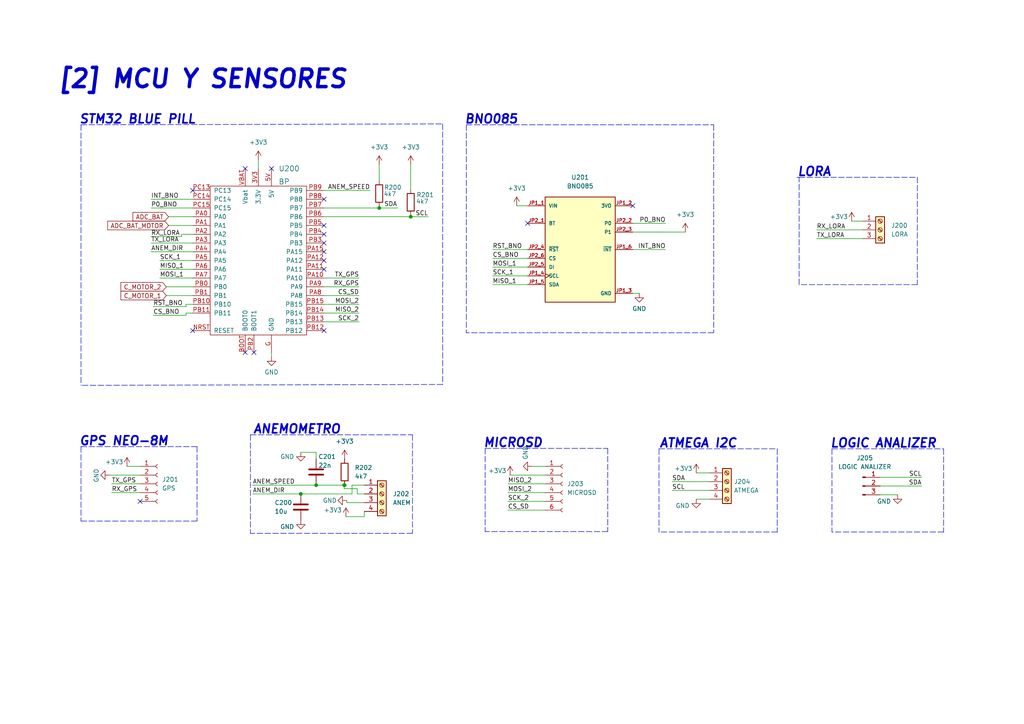
<source format=kicad_sch>
(kicad_sch (version 20211123) (generator eeschema)
  (paper "A4")
  (lib_symbols
    (symbol "BNO085:4754" (pin_names (offset 1.016))
      (property "Reference" "U" (at -10.16 16.002 0))
      (property "Value" "4754" (at -10.16 -17.78 0))
      (symbol "4754_0_0"
        (rectangle (start -10.16 -15.24) (end 10.16 15.24) (stroke (width 0.254)) (fill (type background)))
        (pin input line (at -15.24 12.7 0) (length 5.08) (name "VIN") (number "JP1_1"))
        (pin output line (at 15.24 12.7 180) (length 5.08) (name "3VO") (number "JP1_2"))
        (pin power_in line (at 15.24 -12.7 180) (length 5.08) (name "GND") (number "JP1_3"))
        (pin bidirectional clock (at -15.24 -7.62 0) (length 5.08) (name "SCL") (number "JP1_4"))
        (pin bidirectional line (at -15.24 -10.16 0) (length 5.08) (name "SDA") (number "JP1_5"))
        (pin output line (at 15.24 0 180) (length 5.08) (name "~{INT}") (number "JP1_6"))
        (pin input line (at -15.24 7.62 0) (length 5.08) (name "BT") (number "JP2_1"))
        (pin bidirectional line (at 15.24 7.62 180) (length 5.08) (name "P0") (number "JP2_2"))
        (pin bidirectional line (at 15.24 5.08 180) (length 5.08) (name "P1") (number "JP2_3"))
        (pin input line (at -15.24 0 0) (length 5.08) (name "~{RST}") (number "JP2_4"))
        (pin input line (at -15.24 -5.08 0) (length 5.08) (name "DI") (number "JP2_5"))
        (pin input line (at -15.24 -2.54 0) (length 5.08) (name "CS") (number "JP2_6"))
      )
    )
    (symbol "Blue_Pill:BP" (pin_names (offset 1.016))
      (property "Reference" "U" (at -12.7 22.86 0))
      (property "Value" "BP" (at 7.62 -24.13 0))
      (symbol "BP_0_1"
        (rectangle (start -13.97 21.59) (end 13.97 -21.59))
      )
      (symbol "BP_1_1"
        (pin power_out line (at 0 26.67 270) (length 5.08) (name "3.3V") (number "3V3"))
        (pin power_out line (at 3.81 26.67 270) (length 5.08) (name "5V") (number "5V"))
        (pin input line (at -3.81 -26.67 90) (length 5.08) (name "BOOT0") (number "BOOT"))
        (pin power_out line (at 3.81 -26.67 90) (length 5.08) (name "GND") (number "G"))
        (pin input line (at -19.05 -20.32 0) (length 5.08) (name "RESET") (number "NRST"))
        (pin bidirectional line (at -19.05 12.7 0) (length 5.08) (name "PA0") (number "PA0"))
        (pin bidirectional line (at -19.05 10.16 0) (length 5.08) (name "PA1") (number "PA1"))
        (pin bidirectional line (at 19.05 -5.08 180) (length 5.08) (name "PA10") (number "PA10"))
        (pin bidirectional line (at 19.05 -2.54 180) (length 5.08) (name "PA11") (number "PA11"))
        (pin bidirectional line (at 19.05 0 180) (length 5.08) (name "PA12") (number "PA12"))
        (pin bidirectional line (at 19.05 2.54 180) (length 5.08) (name "PA15") (number "PA15"))
        (pin bidirectional line (at -19.05 7.62 0) (length 5.08) (name "PA2") (number "PA2"))
        (pin bidirectional line (at -19.05 5.08 0) (length 5.08) (name "PA3") (number "PA3"))
        (pin bidirectional line (at -19.05 2.54 0) (length 5.08) (name "PA4") (number "PA4"))
        (pin bidirectional line (at -19.05 0 0) (length 5.08) (name "PA5") (number "PA5"))
        (pin bidirectional line (at -19.05 -2.54 0) (length 5.08) (name "PA6") (number "PA6"))
        (pin bidirectional line (at -19.05 -5.08 0) (length 5.08) (name "PA7") (number "PA7"))
        (pin bidirectional line (at 19.05 -10.16 180) (length 5.08) (name "PA8") (number "PA8"))
        (pin bidirectional line (at 19.05 -7.62 180) (length 5.08) (name "PA9") (number "PA9"))
        (pin bidirectional line (at -19.05 -7.62 0) (length 5.08) (name "PB0") (number "PB0"))
        (pin bidirectional line (at -19.05 -10.16 0) (length 5.08) (name "PB1") (number "PB1"))
        (pin bidirectional line (at -19.05 -12.7 0) (length 5.08) (name "PB10") (number "PB10"))
        (pin bidirectional line (at -19.05 -15.24 0) (length 5.08) (name "PB11") (number "PB11"))
        (pin bidirectional line (at 19.05 -20.32 180) (length 5.08) (name "PB12") (number "PB12"))
        (pin bidirectional line (at 19.05 -17.78 180) (length 5.08) (name "PB13") (number "PB13"))
        (pin bidirectional line (at 19.05 -15.24 180) (length 5.08) (name "PB14") (number "PB14"))
        (pin bidirectional line (at 19.05 -12.7 180) (length 5.08) (name "PB15") (number "PB15"))
        (pin input line (at -1.27 -26.67 90) (length 5.08) (name "BOOT1") (number "PB2"))
        (pin bidirectional line (at 19.05 5.08 180) (length 5.08) (name "PB3") (number "PB3"))
        (pin bidirectional line (at 19.05 7.62 180) (length 5.08) (name "PB4") (number "PB4"))
        (pin bidirectional line (at 19.05 10.16 180) (length 5.08) (name "PB5") (number "PB5"))
        (pin bidirectional line (at 19.05 12.7 180) (length 5.08) (name "PB6") (number "PB6"))
        (pin bidirectional line (at 19.05 15.24 180) (length 5.08) (name "PB7") (number "PB7"))
        (pin bidirectional line (at 19.05 17.78 180) (length 5.08) (name "PB8") (number "PB8"))
        (pin bidirectional line (at 19.05 20.32 180) (length 5.08) (name "PB9") (number "PB9"))
        (pin bidirectional line (at -19.05 20.32 0) (length 5.08) (name "PC13") (number "PC13"))
        (pin bidirectional line (at -19.05 17.78 0) (length 5.08) (name "PC14") (number "PC14"))
        (pin bidirectional line (at -19.05 15.24 0) (length 5.08) (name "PC15") (number "PC15"))
        (pin power_in line (at -3.81 26.67 270) (length 5.08) (name "Vbat") (number "VBAT"))
      )
    )
    (symbol "Connector:Conn_01x03_Male" (pin_names (offset 1.016) hide)
      (property "Reference" "J" (at 0 5.08 0))
      (property "Value" "Conn_01x03_Male" (at 0 -5.08 0))
      (symbol "Conn_01x03_Male_1_1"
        (polyline (pts (xy 1.27 -2.54) (xy 0.8636 -2.54)) (stroke (width 0.1524)))
        (polyline (pts (xy 1.27 0) (xy 0.8636 0)) (stroke (width 0.1524)))
        (polyline (pts (xy 1.27 2.54) (xy 0.8636 2.54)) (stroke (width 0.1524)))
        (rectangle (start 0.8636 -2.413) (end 0 -2.667) (stroke (width 0.1524)) (fill (type outline)))
        (rectangle (start 0.8636 0.127) (end 0 -0.127) (stroke (width 0.1524)) (fill (type outline)))
        (rectangle (start 0.8636 2.667) (end 0 2.413) (stroke (width 0.1524)) (fill (type outline)))
        (pin passive line (at 5.08 2.54 180) (length 3.81) (name "Pin_1") (number "1"))
        (pin passive line (at 5.08 0 180) (length 3.81) (name "Pin_2") (number "2"))
        (pin passive line (at 5.08 -2.54 180) (length 3.81) (name "Pin_3") (number "3"))
      )
    )
    (symbol "Connector:Conn_01x05_Female" (pin_names (offset 1.016) hide)
      (property "Reference" "J" (at 0 7.62 0))
      (property "Value" "Conn_01x05_Female" (at 0 -7.62 0))
      (symbol "Conn_01x05_Female_1_1"
        (arc (start 0 -4.572) (mid -0.508 -5.08) (end 0 -5.588) (stroke (width 0.1524)))
        (arc (start 0 -2.032) (mid -0.508 -2.54) (end 0 -3.048) (stroke (width 0.1524)))
        (polyline (pts (xy -1.27 -5.08) (xy -0.508 -5.08)) (stroke (width 0.1524)))
        (polyline (pts (xy -1.27 -2.54) (xy -0.508 -2.54)) (stroke (width 0.1524)))
        (polyline (pts (xy -1.27 0) (xy -0.508 0)) (stroke (width 0.1524)))
        (polyline (pts (xy -1.27 2.54) (xy -0.508 2.54)) (stroke (width 0.1524)))
        (polyline (pts (xy -1.27 5.08) (xy -0.508 5.08)) (stroke (width 0.1524)))
        (arc (start 0 0.508) (mid -0.508 0) (end 0 -0.508) (stroke (width 0.1524)))
        (arc (start 0 3.048) (mid -0.508 2.54) (end 0 2.032) (stroke (width 0.1524)))
        (arc (start 0 5.588) (mid -0.508 5.08) (end 0 4.572) (stroke (width 0.1524)))
        (pin passive line (at -5.08 5.08 0) (length 3.81) (name "Pin_1") (number "1"))
        (pin passive line (at -5.08 2.54 0) (length 3.81) (name "Pin_2") (number "2"))
        (pin passive line (at -5.08 0 0) (length 3.81) (name "Pin_3") (number "3"))
        (pin passive line (at -5.08 -2.54 0) (length 3.81) (name "Pin_4") (number "4"))
        (pin passive line (at -5.08 -5.08 0) (length 3.81) (name "Pin_5") (number "5"))
      )
    )
    (symbol "Connector:Conn_01x06_Female" (pin_names (offset 1.016) hide)
      (property "Reference" "J" (at 0 7.62 0))
      (property "Value" "Conn_01x06_Female" (at 0 -10.16 0))
      (symbol "Conn_01x06_Female_1_1"
        (arc (start 0 -7.112) (mid -0.508 -7.62) (end 0 -8.128) (stroke (width 0.1524)))
        (arc (start 0 -4.572) (mid -0.508 -5.08) (end 0 -5.588) (stroke (width 0.1524)))
        (arc (start 0 -2.032) (mid -0.508 -2.54) (end 0 -3.048) (stroke (width 0.1524)))
        (polyline (pts (xy -1.27 -7.62) (xy -0.508 -7.62)) (stroke (width 0.1524)))
        (polyline (pts (xy -1.27 -5.08) (xy -0.508 -5.08)) (stroke (width 0.1524)))
        (polyline (pts (xy -1.27 -2.54) (xy -0.508 -2.54)) (stroke (width 0.1524)))
        (polyline (pts (xy -1.27 0) (xy -0.508 0)) (stroke (width 0.1524)))
        (polyline (pts (xy -1.27 2.54) (xy -0.508 2.54)) (stroke (width 0.1524)))
        (polyline (pts (xy -1.27 5.08) (xy -0.508 5.08)) (stroke (width 0.1524)))
        (arc (start 0 0.508) (mid -0.508 0) (end 0 -0.508) (stroke (width 0.1524)))
        (arc (start 0 3.048) (mid -0.508 2.54) (end 0 2.032) (stroke (width 0.1524)))
        (arc (start 0 5.588) (mid -0.508 5.08) (end 0 4.572) (stroke (width 0.1524)))
        (pin passive line (at -5.08 5.08 0) (length 3.81) (name "Pin_1") (number "1"))
        (pin passive line (at -5.08 2.54 0) (length 3.81) (name "Pin_2") (number "2"))
        (pin passive line (at -5.08 0 0) (length 3.81) (name "Pin_3") (number "3"))
        (pin passive line (at -5.08 -2.54 0) (length 3.81) (name "Pin_4") (number "4"))
        (pin passive line (at -5.08 -5.08 0) (length 3.81) (name "Pin_5") (number "5"))
        (pin passive line (at -5.08 -7.62 0) (length 3.81) (name "Pin_6") (number "6"))
      )
    )
    (symbol "Connector:Screw_Terminal_01x03" (pin_names (offset 1.016) hide)
      (property "Reference" "J" (at 0 5.08 0))
      (property "Value" "Screw_Terminal_01x03" (at 0 -5.08 0))
      (symbol "Screw_Terminal_01x03_1_1"
        (rectangle (start -1.27 3.81) (end 1.27 -3.81) (stroke (width 0.254)) (fill (type background)))
        (circle (center 0 -2.54) (radius 0.635) (stroke (width 0.1524)))
        (polyline (pts (xy -0.5334 -2.2098) (xy 0.3302 -3.048)) (stroke (width 0.1524)))
        (polyline (pts (xy -0.5334 0.3302) (xy 0.3302 -0.508)) (stroke (width 0.1524)))
        (polyline (pts (xy -0.5334 2.8702) (xy 0.3302 2.032)) (stroke (width 0.1524)))
        (polyline (pts (xy -0.3556 -2.032) (xy 0.508 -2.8702)) (stroke (width 0.1524)))
        (polyline (pts (xy -0.3556 0.508) (xy 0.508 -0.3302)) (stroke (width 0.1524)))
        (polyline (pts (xy -0.3556 3.048) (xy 0.508 2.2098)) (stroke (width 0.1524)))
        (circle (center 0 0) (radius 0.635) (stroke (width 0.1524)))
        (circle (center 0 2.54) (radius 0.635) (stroke (width 0.1524)))
        (pin passive line (at -5.08 2.54 0) (length 3.81) (name "Pin_1") (number "1"))
        (pin passive line (at -5.08 0 0) (length 3.81) (name "Pin_2") (number "2"))
        (pin passive line (at -5.08 -2.54 0) (length 3.81) (name "Pin_3") (number "3"))
      )
    )
    (symbol "Connector:Screw_Terminal_01x04" (pin_names (offset 1.016) hide)
      (property "Reference" "J" (at 0 5.08 0))
      (property "Value" "Screw_Terminal_01x04" (at 0 -7.62 0))
      (symbol "Screw_Terminal_01x04_1_1"
        (rectangle (start -1.27 3.81) (end 1.27 -6.35) (stroke (width 0.254)) (fill (type background)))
        (circle (center 0 -5.08) (radius 0.635) (stroke (width 0.1524)))
        (circle (center 0 -2.54) (radius 0.635) (stroke (width 0.1524)))
        (polyline (pts (xy -0.5334 -4.7498) (xy 0.3302 -5.588)) (stroke (width 0.1524)))
        (polyline (pts (xy -0.5334 -2.2098) (xy 0.3302 -3.048)) (stroke (width 0.1524)))
        (polyline (pts (xy -0.5334 0.3302) (xy 0.3302 -0.508)) (stroke (width 0.1524)))
        (polyline (pts (xy -0.5334 2.8702) (xy 0.3302 2.032)) (stroke (width 0.1524)))
        (polyline (pts (xy -0.3556 -4.572) (xy 0.508 -5.4102)) (stroke (width 0.1524)))
        (polyline (pts (xy -0.3556 -2.032) (xy 0.508 -2.8702)) (stroke (width 0.1524)))
        (polyline (pts (xy -0.3556 0.508) (xy 0.508 -0.3302)) (stroke (width 0.1524)))
        (polyline (pts (xy -0.3556 3.048) (xy 0.508 2.2098)) (stroke (width 0.1524)))
        (circle (center 0 0) (radius 0.635) (stroke (width 0.1524)))
        (circle (center 0 2.54) (radius 0.635) (stroke (width 0.1524)))
        (pin passive line (at -5.08 2.54 0) (length 3.81) (name "Pin_1") (number "1"))
        (pin passive line (at -5.08 0 0) (length 3.81) (name "Pin_2") (number "2"))
        (pin passive line (at -5.08 -2.54 0) (length 3.81) (name "Pin_3") (number "3"))
        (pin passive line (at -5.08 -5.08 0) (length 3.81) (name "Pin_4") (number "4"))
      )
    )
    (symbol "Device:C" (pin_numbers hide) (pin_names (offset 0.254))
      (property "Reference" "C" (at 0.635 2.54 0))
      (property "Value" "C" (at 0.635 -2.54 0))
      (symbol "C_0_1"
        (polyline (pts (xy -2.032 -0.762) (xy 2.032 -0.762)) (stroke (width 0.508)))
        (polyline (pts (xy -2.032 0.762) (xy 2.032 0.762)) (stroke (width 0.508)))
      )
      (symbol "C_1_1"
        (pin passive line (at 0 3.81 270) (length 2.794) (name "~") (number "1"))
        (pin passive line (at 0 -3.81 90) (length 2.794) (name "~") (number "2"))
      )
    )
    (symbol "Device:R" (pin_numbers hide) (pin_names (offset 0))
      (property "Reference" "R" (at 2.032 0 90))
      (property "Value" "R" (at 0 0 90))
      (symbol "R_0_1"
        (rectangle (start -1.016 -2.54) (end 1.016 2.54) (stroke (width 0.254)))
      )
      (symbol "R_1_1"
        (pin passive line (at 0 3.81 270) (length 1.27) (name "~") (number "1"))
        (pin passive line (at 0 -3.81 90) (length 1.27) (name "~") (number "2"))
      )
    )
    (symbol "power:+3V3" (power) (pin_names (offset 0))
      (property "Value" "+3V3" (at 0 3.556 0))
      (symbol "+3V3_0_1"
        (polyline (pts (xy -0.762 1.27) (xy 0 2.54)))
        (polyline (pts (xy 0 0) (xy 0 2.54)))
        (polyline (pts (xy 0 2.54) (xy 0.762 1.27)))
      )
      (symbol "+3V3_1_1"
        (pin power_in line (at 0 0 90) (length 0) hide (name "+3V3") (number "1"))
      )
    )
    (symbol "power:GND" (power) (pin_names (offset 0))
      (property "Value" "GND" (at 0 -3.81 0))
      (symbol "GND_0_1"
        (polyline (pts (xy 0 0) (xy 0 -1.27) (xy 1.27 -1.27) (xy 0 -2.54) (xy -1.27 -1.27) (xy 0 -1.27)))
      )
      (symbol "GND_1_1"
        (pin power_in line (at 0 0 270) (length 0) hide (name "GND") (number "1"))
      )
    )
  )
  (junction (at 99.822 140.716))
  (junction (at 87.249 143.256))
  (junction (at 91.694 140.716))
  (junction (at 109.982 60.325))
  (junction (at 119.126 62.865))
  (junction (at 99.949 140.716))
  (no_connect (at 73.66 102.235))
  (no_connect (at 93.98 65.405))
  (no_connect (at 78.74 48.895))
  (no_connect (at 93.98 95.885))
  (no_connect (at 93.98 67.945))
  (no_connect (at 93.98 70.485))
  (no_connect (at 55.88 95.885))
  (no_connect (at 71.12 102.235))
  (no_connect (at 93.98 57.785))
  (no_connect (at 93.98 78.105))
  (no_connect (at 183.515 59.69))
  (no_connect (at 40.64 145.415))
  (no_connect (at 153.035 64.77))
  (no_connect (at 93.98 75.565))
  (no_connect (at 93.98 73.025))
  (no_connect (at 55.88 55.245))
  (no_connect (at 71.12 48.895))
  (wire (pts (xy 183.515 64.77) (xy 193.04 64.77)))
  (polyline (pts (xy 176.276 154.178) (xy 140.716 154.178)))
  (polyline (pts (xy 176.276 130.048) (xy 176.276 154.178)))
  (wire (pts (xy 52.705 67.945) (xy 52.705 68.58)))
  (wire (pts (xy 93.98 83.185) (xy 104.14 83.185)))
  (polyline (pts (xy 23.495 129.54) (xy 57.15 129.54)))
  (wire (pts (xy 74.93 46.355) (xy 74.93 48.895)))
  (wire (pts (xy 183.515 67.31) (xy 198.755 67.31)))
  (wire (pts (xy 53.975 91.44) (xy 44.45 91.44)))
  (wire (pts (xy 91.694 140.716) (xy 99.822 140.716)))
  (wire (pts (xy 43.815 57.785) (xy 55.88 57.785)))
  (wire (pts (xy 52.705 68.58) (xy 43.815 68.58)))
  (wire (pts (xy 109.982 59.944) (xy 109.982 60.325)))
  (wire (pts (xy 100.584 145.796) (xy 105.664 145.796)))
  (polyline (pts (xy 241.3 130.175) (xy 273.685 130.175)))
  (wire (pts (xy 147.955 137.795) (xy 158.115 137.795)))
  (wire (pts (xy 36.83 135.255) (xy 40.64 135.255)))
  (wire (pts (xy 93.98 93.345) (xy 104.14 93.345)))
  (wire (pts (xy 93.98 62.865) (xy 119.126 62.865)))
  (polyline (pts (xy 135.255 36.195) (xy 135.255 96.52)))
  (wire (pts (xy 48.26 85.725) (xy 55.88 85.725)))
  (wire (pts (xy 93.98 85.725) (xy 104.14 85.725)))
  (wire (pts (xy 201.93 144.78) (xy 205.74 144.78)))
  (polyline (pts (xy 273.685 130.175) (xy 273.685 154.305)))
  (wire (pts (xy 53.975 90.805) (xy 53.975 91.44)))
  (polyline (pts (xy 273.685 154.305) (xy 241.3 154.305)))
  (wire (pts (xy 119.126 62.484) (xy 119.126 62.865)))
  (wire (pts (xy 119.126 62.865) (xy 124.206 62.865)))
  (wire (pts (xy 147.32 147.955) (xy 158.115 147.955)))
  (wire (pts (xy 183.515 85.09) (xy 185.42 85.09)))
  (wire (pts (xy 48.895 65.405) (xy 55.88 65.405)))
  (wire (pts (xy 32.385 142.875) (xy 40.64 142.875)))
  (wire (pts (xy 93.98 80.645) (xy 104.14 80.645)))
  (wire (pts (xy 31.75 137.795) (xy 40.64 137.795)))
  (wire (pts (xy 73.279 140.716) (xy 91.694 140.716)))
  (wire (pts (xy 55.88 67.945) (xy 52.705 67.945)))
  (wire (pts (xy 183.515 72.39) (xy 193.04 72.39)))
  (wire (pts (xy 201.93 137.16) (xy 205.74 137.16)))
  (wire (pts (xy 48.895 62.865) (xy 55.88 62.865)))
  (wire (pts (xy 149.86 59.69) (xy 153.035 59.69)))
  (wire (pts (xy 46.355 75.565) (xy 55.88 75.565)))
  (wire (pts (xy 73.279 143.256) (xy 87.249 143.256)))
  (polyline (pts (xy 135.255 36.195) (xy 207.01 36.195)))
  (wire (pts (xy 91.694 131.191) (xy 91.694 133.096)))
  (wire (pts (xy 105.664 148.336) (xy 105.664 149.86)))
  (wire (pts (xy 103.632 141.732) (xy 99.822 141.732)))
  (wire (pts (xy 93.98 90.805) (xy 104.14 90.805)))
  (wire (pts (xy 46.355 78.105) (xy 55.88 78.105)))
  (wire (pts (xy 105.664 149.86) (xy 100.33 149.86)))
  (wire (pts (xy 53.975 88.265) (xy 53.975 88.9)))
  (polyline (pts (xy 72.644 126.111) (xy 72.644 154.686)))
  (polyline (pts (xy 140.716 130.048) (xy 140.716 154.178)))
  (polyline (pts (xy 128.397 111.506) (xy 23.495 111.76)))
  (polyline (pts (xy 72.644 126.111) (xy 119.634 126.111)))
  (wire (pts (xy 255.27 140.97) (xy 267.335 140.97)))
  (wire (pts (xy 55.88 88.265) (xy 53.975 88.265)))
  (polyline (pts (xy 231.775 82.55) (xy 231.775 51.435)))
  (wire (pts (xy 236.855 69.215) (xy 250.19 69.215)))
  (wire (pts (xy 93.98 60.325) (xy 109.982 60.325)))
  (wire (pts (xy 115.189 60.198) (xy 115.189 60.325)))
  (wire (pts (xy 105.664 143.256) (xy 103.632 143.256)))
  (wire (pts (xy 142.875 74.93) (xy 153.035 74.93)))
  (wire (pts (xy 93.98 88.265) (xy 104.14 88.265)))
  (wire (pts (xy 53.975 88.9) (xy 44.45 88.9)))
  (polyline (pts (xy 266.065 51.435) (xy 266.065 82.55)))
  (wire (pts (xy 142.875 82.55) (xy 153.035 82.55)))
  (wire (pts (xy 142.875 72.39) (xy 153.035 72.39)))
  (polyline (pts (xy 225.425 130.175) (xy 225.425 154.305)))
  (polyline (pts (xy 128.397 35.941) (xy 128.397 111.506)))
  (polyline (pts (xy 140.716 130.048) (xy 176.276 130.048)))
  (polyline (pts (xy 191.135 130.175) (xy 225.425 130.175)))
  (wire (pts (xy 48.26 83.185) (xy 55.88 83.185)))
  (polyline (pts (xy 119.634 154.686) (xy 72.644 154.686)))
  (polyline (pts (xy 23.495 36.195) (xy 128.397 35.941)))
  (wire (pts (xy 100.584 145.161) (xy 100.584 145.796)))
  (polyline (pts (xy 119.634 126.111) (xy 119.634 154.686)))
  (wire (pts (xy 236.855 66.675) (xy 250.19 66.675)))
  (polyline (pts (xy 231.775 51.435) (xy 231.14 51.435)))
  (polyline (pts (xy 57.15 129.54) (xy 57.15 151.13)))
  (polyline (pts (xy 207.01 96.52) (xy 135.255 96.52)))
  (polyline (pts (xy 191.135 130.175) (xy 191.135 154.305)))
  (wire (pts (xy 87.249 131.191) (xy 91.694 131.191)))
  (wire (pts (xy 109.982 47.752) (xy 109.982 52.324)))
  (wire (pts (xy 43.815 70.485) (xy 55.88 70.485)))
  (wire (pts (xy 142.875 80.01) (xy 153.035 80.01)))
  (wire (pts (xy 194.945 139.7) (xy 205.74 139.7)))
  (polyline (pts (xy 266.065 82.55) (xy 231.775 82.55)))
  (wire (pts (xy 154.305 135.255) (xy 158.115 135.255)))
  (polyline (pts (xy 23.495 36.195) (xy 23.495 111.76)))
  (wire (pts (xy 43.815 73.025) (xy 55.88 73.025)))
  (wire (pts (xy 255.27 138.43) (xy 267.335 138.43)))
  (wire (pts (xy 147.32 142.875) (xy 158.115 142.875)))
  (wire (pts (xy 87.249 143.256) (xy 102.108 143.256)))
  (wire (pts (xy 46.355 80.645) (xy 55.88 80.645)))
  (wire (pts (xy 109.982 60.325) (xy 115.189 60.325)))
  (wire (pts (xy 78.74 102.235) (xy 78.74 103.505)))
  (wire (pts (xy 99.822 140.716) (xy 99.949 140.716)))
  (wire (pts (xy 43.815 60.325) (xy 55.88 60.325)))
  (polyline (pts (xy 207.01 36.195) (xy 207.01 96.52)))
  (polyline (pts (xy 57.15 151.13) (xy 23.495 151.13)))
  (wire (pts (xy 119.126 54.864) (xy 119.126 47.752)))
  (wire (pts (xy 194.945 142.24) (xy 205.74 142.24)))
  (polyline (pts (xy 23.495 129.54) (xy 23.495 151.13)))
  (wire (pts (xy 247.015 64.135) (xy 250.19 64.135)))
  (wire (pts (xy 99.822 141.732) (xy 99.822 140.716)))
  (wire (pts (xy 32.385 140.335) (xy 40.64 140.335)))
  (wire (pts (xy 103.632 143.256) (xy 103.632 141.732)))
  (wire (pts (xy 142.875 77.47) (xy 153.035 77.47)))
  (wire (pts (xy 147.32 140.335) (xy 158.115 140.335)))
  (wire (pts (xy 105.664 140.716) (xy 102.108 140.716)))
  (wire (pts (xy 255.27 143.51) (xy 260.35 143.51)))
  (polyline (pts (xy 241.3 130.175) (xy 241.3 154.305)))
  (wire (pts (xy 55.88 90.805) (xy 53.975 90.805)))
  (wire (pts (xy 93.98 55.245) (xy 107.315 55.245)))
  (polyline (pts (xy 225.425 154.305) (xy 191.135 154.305)))
  (wire (pts (xy 102.108 140.716) (xy 102.108 143.256)))
  (polyline (pts (xy 231.775 51.435) (xy 266.065 51.435)))
  (wire (pts (xy 147.32 145.415) (xy 158.115 145.415)))
  (text "GPS NEO-8M" (at 22.86 129.54 0) (effects (font (size 2.54 2.54) bold italic) (justify left bottom)))
  (text "MICROSD" (at 140.081 130.048 0) (effects (font (size 2.54 2.54) bold italic) (justify left bottom)))
  (text "BNO085" (at 134.62 36.195 0) (effects (font (size 2.54 2.54) bold italic) (justify left bottom)))
  (text "LOGIC ANALIZER	" (at 240.665 130.175 0) (effects (font (size 2.54 2.54) bold italic) (justify left bottom)))
  (text "LORA " (at 231.14 51.435 0) (effects (font (size 2.54 2.54) bold italic) (justify left bottom)))
  (text "ATMEGA I2C" (at 191.135 130.175 0) (effects (font (size 2.54 2.54) (thickness 0.508) bold italic) (justify left bottom)))
  (text "STM32 BLUE PILL" (at 22.86 36.195 0) (effects (font (size 2.54 2.54) bold italic) (justify left bottom)))
  (text "[2] MCU Y SENSORES\n" (at 16.51 26.035 0) (effects (font (size 5.08 5.08) (thickness 1.016) bold italic) (justify left bottom)))
  (text "NOTAS\n- AGREGAR 2 SALIDAS I2C (ATMEGA - ANALIZADOR)\n- CAMBIAR LORA A UART" (at 11.684 -4.318 0) (effects (font (size 2.54 2.54) (thickness 0.508) bold italic) (justify left bottom)))
  (text "ANEMOMETRO" (at 73.279 126.111 0) (effects (font (size 2.54 2.54) bold italic) (justify left bottom)))
  (label "SDA" (at 194.945 139.7 0))
  (label "MISO_1" (at 142.875 82.55 0))
  (label "CS_BNO" (at 142.875 74.93 0))
  (label "MOSI_2" (at 104.14 88.265 180))
  (label "SCL" (at 267.335 138.43 180))
  (label "ANEM_DIR" (at 73.279 143.256 0))
  (label "SCK_2" (at 147.32 145.415 0))
  (label "RST_BNO" (at 44.45 88.9 0))
  (label "MOSI_1" (at 46.355 80.645 0))
  (label "INT_BNO" (at 43.815 57.785 0))
  (label "ANEM_SPEED" (at 73.279 140.716 0))
  (label "RX_LORA" (at 43.815 68.58 0))
  (label "ANEM_SPEED" (at 107.315 55.245 180))
  (label "CS_SD" (at 147.32 147.955 0))
  (label "CS_SD" (at 104.14 85.725 180))
  (label "ANEM_DIR" (at 43.815 73.025 0))
  (label "SCL" (at 124.206 62.865 180))
  (label "RX_GPS" (at 32.385 142.875 0))
  (label "MOSI_1" (at 142.875 77.47 0))
  (label "MISO_1" (at 46.355 78.105 0))
  (label "SDA" (at 267.335 140.97 180))
  (label "MOSI_2" (at 147.32 142.875 0))
  (label "RX_LORA" (at 236.855 66.675 0))
  (label "TX_GPS" (at 104.14 80.645 180))
  (label "P0_BNO" (at 43.815 60.325 0))
  (label "TX_LORA" (at 43.815 70.485 0))
  (label "INT_BNO" (at 193.04 72.39 180))
  (label "SDA" (at 115.189 60.198 180))
  (label "P0_BNO" (at 193.04 64.77 180))
  (label "CS_BNO" (at 44.45 91.44 0))
  (label "TX_LORA" (at 236.855 69.215 0))
  (label "SCK_2" (at 104.14 93.345 180))
  (label "SCK_1" (at 142.875 80.01 0))
  (label "SCK_1" (at 46.355 75.565 0))
  (label "MISO_2" (at 147.32 140.335 0))
  (label "RST_BNO" (at 142.875 72.39 0))
  (label "SCL" (at 194.945 142.24 0))
  (label "MISO_2" (at 104.14 90.805 180))
  (label "TX_GPS" (at 32.385 140.335 0))
  (label "RX_GPS" (at 104.14 83.185 180))
  (global_label "C_MOTOR_2" (shape input) (at 48.26 83.185 180) (property "Intersheet References" "${INTERSHEET_REFS}" (effects hide)))
  (global_label "ADC_BAT" (shape input) (at 48.895 62.865 180) (property "Intersheet References" "${INTERSHEET_REFS}" (effects hide)))
  (global_label "ADC_BAT_MOTOR" (shape input) (at 48.895 65.405 180) (property "Intersheet References" "${INTERSHEET_REFS}" (effects hide)))
  (global_label "C_MOTOR_1" (shape input) (at 48.26 85.725 180) (property "Intersheet References" "${INTERSHEET_REFS}" (effects hide)))
  (symbol (lib_id "power:+3V3") (at 149.86 59.69 0) (unit 1)
    (property "Reference" "#PWR0120" (effects hide))
    (property "Value" "+3V3" (at 149.86 54.61 0))
  )
  (symbol (lib_id "Connector:Conn_01x05_Female") (at 45.72 140.335 0) (unit 1)
    (property "Reference" "J201" (at 46.99 139.0649 0) (effects (justify left)))
    (property "Value" "GPS" (at 46.99 141.6049 0) (effects (justify left)))
    (property "Footprint" "Connector_PinSocket_2.54mm:PinSocket_1x05_P2.54mm_Horizontal" (effects hide))
  )
  (symbol (lib_id "power:GND") (at 185.42 85.09 0) (unit 1)
    (property "Reference" "#PWR0119" (effects hide))
    (property "Value" "GND" (at 185.42 89.535 0))
  )
  (symbol (lib_id "power:GND") (at 154.305 135.255 270) (mirror x) (unit 1)
    (property "Reference" "#PWR0113" (effects hide))
    (property "Value" "GND" (at 152.4 133.35 0) (effects (justify left)))
  )
  (symbol (lib_id "Blue_Pill:BP") (at 74.93 75.565 0) (unit 1)
    (property "Reference" "U200" (at 80.7594 48.895 0) (effects (font (size 1.524 1.524)) (justify left)))
    (property "Value" "BP" (at 80.7594 52.705 0) (effects (font (size 1.524 1.524)) (justify left)))
    (property "Footprint" "Blue_Pill:blue_pill" (effects hide))
    (property "Datasheet" "https://www.electronicshub.org/getting-started-with-stm32f103c8t6-blue-pill/" (effects hide))
  )
  (symbol (lib_id "power:+3V3") (at 109.982 47.752 0) (unit 1)
    (property "Reference" "#PWR?" (effects hide))
    (property "Value" "+3V3" (at 109.982 42.672 0))
  )
  (symbol (lib_id "power:GND") (at 78.74 103.505 0) (unit 1)
    (property "Reference" "#PWR0124" (effects hide))
    (property "Value" "GND" (at 78.74 107.95 0))
  )
  (symbol (lib_id "power:+3V3") (at 198.755 67.31 0) (unit 1)
    (property "Reference" "#PWR0126" (effects hide))
    (property "Value" "+3V3" (at 198.755 62.23 0))
  )
  (symbol (lib_id "Connector:Screw_Terminal_01x04") (at 210.82 139.7 0) (unit 1)
    (property "Reference" "J204" (at 212.852 139.6999 0) (effects (justify left)))
    (property "Value" "ATMEGA" (at 212.852 142.2399 0) (effects (justify left)))
    (property "Footprint" "Connector_Phoenix_MSTB:PhoenixContact_MSTBA_2,5_4-G-5,08_1x04_P5.08mm_Horizontal" (effects hide))
  )
  (symbol (lib_id "power:+3V3") (at 99.949 133.096 0) (unit 1)
    (property "Reference" "#PWR0109" (effects hide))
    (property "Value" "+3V3" (at 99.949 128.016 0))
  )
  (symbol (lib_id "Connector:Screw_Terminal_01x04") (at 110.744 143.256 0) (unit 1)
    (property "Reference" "J202" (at 113.919 143.2559 0) (effects (justify left)))
    (property "Value" "ANEM" (at 113.919 145.7959 0) (effects (justify left)))
    (property "Footprint" "Connector_Phoenix_MSTB:PhoenixContact_MSTBA_2,5_4-G-5,08_1x04_P5.08mm_Horizontal" (effects hide))
  )
  (symbol (lib_id "power:GND") (at 201.93 144.78 0) (mirror y) (unit 1)
    (property "Reference" "#PWR0132" (effects hide))
    (property "Value" "GND" (at 200.025 146.685 0) (effects (justify left)))
  )
  (symbol (lib_id "Connector:Conn_01x06_Female") (at 163.195 140.335 0) (unit 1)
    (property "Reference" "J203" (at 164.465 140.3349 0) (effects (justify left)))
    (property "Value" "MICROSD" (at 164.465 142.8749 0) (effects (justify left)))
    (property "Footprint" "Connector_PinSocket_2.54mm:PinSocket_1x06_P2.54mm_Horizontal" (effects hide))
  )
  (symbol (lib_id "power:+3V3") (at 74.93 46.355 0) (unit 1)
    (property "Reference" "#PWR0123" (effects hide))
    (property "Value" "+3V3" (at 74.93 41.275 0))
  )
  (symbol (lib_id "power:GND") (at 100.584 145.161 270) (mirror x) (unit 1)
    (property "Reference" "#PWR0110" (effects hide))
    (property "Value" "GND" (at 93.599 145.161 90) (effects (justify left)))
  )
  (symbol (lib_id "Device:R") (at 99.949 136.906 0) (unit 1)
    (property "Reference" "R202" (at 102.87 135.6359 0) (effects (justify left)))
    (property "Value" "4k7" (at 102.87 138.1759 0) (effects (justify left)))
    (property "Footprint" "Resistor_THT:R_Axial_DIN0204_L3.6mm_D1.6mm_P5.08mm_Horizontal" (effects hide))
  )
  (symbol (lib_id "power:GND") (at 87.249 131.191 0) (mirror y) (unit 1)
    (property "Reference" "#PWR0112" (effects hide))
    (property "Value" "GND" (at 85.344 132.461 0) (effects (justify left)))
  )
  (symbol (lib_id "Connector:Screw_Terminal_01x03") (at 255.27 66.675 0) (unit 1)
    (property "Reference" "J200" (at 258.445 65.4049 0) (effects (justify left)))
    (property "Value" "LORA" (at 258.445 67.9449 0) (effects (justify left)))
    (property "Footprint" "Connector_Phoenix_MSTB:PhoenixContact_MSTBA_2,5_3-G-5,08_1x03_P5.08mm_Horizontal" (effects hide))
  )
  (symbol (lib_id "Device:C") (at 91.694 136.906 0) (unit 1)
    (property "Reference" "C201" (at 92.329 132.461 0) (effects (justify left)))
    (property "Value" "22n" (at 92.329 135.001 0) (effects (justify left)))
    (property "Footprint" "Capacitor_THT:C_Disc_D3.0mm_W1.6mm_P2.50mm" (effects hide))
  )
  (symbol (lib_id "power:GND") (at 31.75 137.795 270) (unit 1)
    (property "Reference" "#PWR0121" (effects hide))
    (property "Value" "GND" (at 27.94 135.89 0) (effects (justify left)))
  )
  (symbol (lib_id "power:+3V3") (at 100.33 149.86 0) (unit 1)
    (property "Reference" "#PWR0108" (effects hide))
    (property "Value" "+3V3" (at 96.52 147.955 0))
  )
  (symbol (lib_id "BNO085:4754") (at 168.275 72.39 0) (unit 1)
    (property "Reference" "U201" (at 168.275 51.435 0))
    (property "Value" "BNO085" (at 168.275 53.975 0))
    (property "Footprint" "BNO085:MODULE_4754" (effects hide))
    (property "MF" "Adafruit" (effects hide))
    (property "MAXIMUM_PACKAGE_HEIGHT" "4.6mm" (effects hide))
    (property "Package" "None" (effects hide))
    (property "Price" "None" (effects hide))
    (property "Check_prices" "https://www.snapeda.com/parts/4754/Adafruit+Industries/view-part/?ref=eda" (effects hide))
    (property "STANDARD" "Manufacturer Recommendations" (effects hide))
    (property "PARTREV" "2021-03-16" (effects hide))
    (property "SnapEDA_Link" "https://www.snapeda.com/parts/4754/Adafruit+Industries/view-part/?ref=snap" (effects hide))
    (property "MP" "4754" (effects hide))
    (property "Purchase-URL" "https://www.snapeda.com/api/url_track_click_mouser/?unipart_id=6342982&manufacturer=Adafruit&part_name=4754&search_term=None" (effects hide))
    (property "Description" "\nAdafruit 9-DOF Orientation IMU Fusion Breakout - BNO085 (BNO080) - STEMMA QT / Qwiic\n" (effects hide))
    (property "MANUFACTURER" "Adafruit" (effects hide))
    (property "Availability" "In Stock" (effects hide))
    (property "SNAPEDA_PN" "4754" (effects hide))
  )
  (symbol (lib_id "Device:C") (at 87.249 147.066 0) (unit 1)
    (property "Reference" "C200" (at 79.629 145.796 0) (effects (justify left)))
    (property "Value" "10u" (at 79.629 148.336 0) (effects (justify left)))
    (property "Footprint" "Capacitor_THT:C_Radial_D4.0mm_H5.0mm_P1.50mm" (effects hide))
  )
  (symbol (lib_id "power:+3V3") (at 147.955 137.795 0) (unit 1)
    (property "Reference" "#PWR0114" (effects hide))
    (property "Value" "+3V3" (at 141.605 136.525 0) (effects (justify left)))
  )
  (symbol (lib_id "power:+3V3") (at 247.015 64.135 0) (unit 1)
    (property "Reference" "#PWR0125" (effects hide))
    (property "Value" "+3V3" (at 240.665 62.865 0) (effects (justify left)))
  )
  (symbol (lib_id "Device:R") (at 119.126 58.674 0) (unit 1)
    (property "Reference" "R201" (at 120.777 56.515 0) (effects (justify left)))
    (property "Value" "4k7" (at 120.65 58.42 0) (effects (justify left)))
    (property "Footprint" "Resistor_THT:R_Axial_DIN0204_L3.6mm_D1.6mm_P5.08mm_Horizontal" (effects hide))
  )
  (symbol (lib_id "power:GND") (at 260.35 143.51 0) (mirror y) (unit 1)
    (property "Reference" "#PWR0131" (effects hide))
    (property "Value" "GND" (at 258.445 145.415 0) (effects (justify left)))
  )
  (symbol (lib_id "power:+3V3") (at 201.93 137.16 0) (unit 1)
    (property "Reference" "#PWR0133" (effects hide))
    (property "Value" "+3V3" (at 195.58 135.89 0) (effects (justify left)))
  )
  (symbol (lib_id "Connector:Conn_01x03_Male") (at 250.19 140.97 0) (unit 1)
    (property "Reference" "J205" (at 250.825 132.842 0))
    (property "Value" "LOGIC ANALIZER" (at 250.825 135.382 0))
    (property "Footprint" "Connector_PinHeader_2.54mm:PinHeader_1x03_P2.54mm_Vertical" (effects hide))
  )
  (symbol (lib_id "power:GND") (at 87.249 150.876 0) (mirror y) (unit 1)
    (property "Reference" "#PWR0111" (effects hide))
    (property "Value" "GND" (at 85.344 152.781 0) (effects (justify left)))
  )
  (symbol (lib_id "power:+3V3") (at 36.83 135.255 0) (unit 1)
    (property "Reference" "#PWR0122" (effects hide))
    (property "Value" "+3V3" (at 30.48 133.985 0) (effects (justify left)))
  )
  (symbol (lib_id "Device:R") (at 109.982 56.134 0) (unit 1)
    (property "Reference" "R200" (at 111.379 54.356 0) (effects (justify left)))
    (property "Value" "4k7" (at 111.252 56.261 0) (effects (justify left)))
    (property "Footprint" "Resistor_THT:R_Axial_DIN0204_L3.6mm_D1.6mm_P5.08mm_Horizontal" (effects hide))
  )
  (symbol (lib_id "power:+3V3") (at 119.126 47.752 0) (unit 1)
    (property "Reference" "#PWR?" (effects hide))
    (property "Value" "+3V3" (at 119.126 42.672 0))
  )
)
</source>
